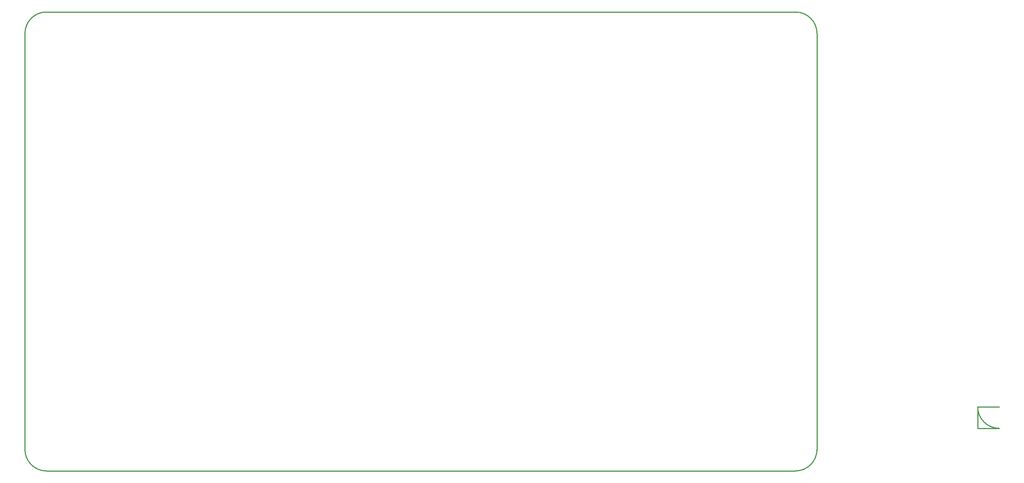
<source format=gko>
G04*
G04 #@! TF.GenerationSoftware,Altium Limited,Altium Designer,23.3.1 (30)*
G04*
G04 Layer_Color=16711935*
%FSLAX44Y44*%
%MOMM*%
G71*
G04*
G04 #@! TF.SameCoordinates,BD36C32B-B9C7-4E4D-8C4A-4C0C75BD15CB*
G04*
G04*
G04 #@! TF.FilePolarity,Positive*
G04*
G01*
G75*
%ADD13C,0.2540*%
D13*
X2048040Y241300D02*
G03*
X2098040Y291300I0J50000D01*
G01*
X257810Y291300D02*
G03*
X307810Y241300I50000J0D01*
G01*
Y1308100D02*
G03*
X257810Y1258100I0J-50000D01*
G01*
X2098040D02*
G03*
X2048040Y1308100I-50000J0D01*
G01*
X2471420Y390360D02*
G03*
X2521420Y340360I50000J0D01*
G01*
X2098040Y289560D02*
X2098040Y289560D01*
X307810Y241300D02*
X2048040D01*
X2098040Y1258100D02*
X2098040Y291300D01*
X257810Y1258100D02*
X257810Y291300D01*
X307810Y1308100D02*
X2048040Y1308100D01*
X2471420Y390360D02*
X2521420D01*
X2471420Y340360D02*
Y390360D01*
Y340360D02*
X2521420D01*
M02*

</source>
